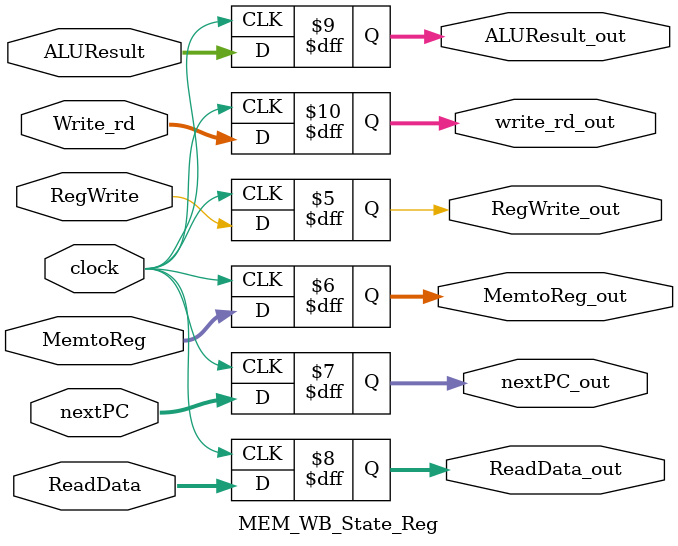
<source format=v>
`timescale 1ns / 1ps
module Pipelineprocessor(input clock); //Top Module

    wire            [31:0]          Instrct, Imm, data_1, data_2, MUX_ALU, loadPC, W_data, Add_1, Add_2, ALUResult, Read_Mem, JumpTo;
    wire            [31:0]          IF_ID_nextPC, IF_ID_crntPC, IF_ID_Instrct;
    wire            [31:0]          ID_EX_nextPC, ID_EX_crntPC, ID_EX_data_1, ID_EX_data_2, ID_EX_Imm;
    wire            [31:0]          EX_MEM_nextPC, EX_MEM_JumpTo, EX_MEM_ALUResult, EX_MEM_data_2;
    wire            [31:0]          MEM_WB_nextPC, MEM_WB_Read_Mem, MEM_WB_ALUResult;
    wire            [4:0]           ID_EX_Reg_rd, EX_MEM_Reg_rd, MEM_WB_Reg_rd;
    wire            [3:0]           ALUControl, ID_EX_ALUInstrct;
    wire            [2:0]           EX_MEM_Funct3;
    wire            [1:0]           ALUOp, MemtoReg, ID_EX_ALUOp, ID_EX_MemtoReg, EX_MEM_MemtoReg, MEM_WB_MemtoReg;
    wire                            Branch, isBranch, MemRead, MemWrite, ALUSrc, isJump, RegWrite, isZero;
    wire                            ID_EX_Branch, ID_EX_MemRead, ID_EX_MemWrite, ID_EX_ALUSrc, ID_EX_isJump, ID_EX_RegWrite;
    wire                            EX_MEM_Branch, EX_MEM_MemRead, EX_MEM_MemWrite, EX_MEM_RegWrite, EX_MEM_isZero, MEM_WB_RegWrite;                         
    reg             [31:0]          PC;  
        
    initial PC = 0;   
      
 
    always @ (posedge clock ) PC <= loadPC;
    
    InstructionMemory IM (
        .instruction (Instrct),
        .address (PC/4)
    );
    Control CU (
        .opcode (IF_ID_Instrct[6:0]),
        .branch (Branch),
        .memread (MemRead),
        .memwrite (MemWrite),
        .memtoreg (MemtoReg),
        .aluop (ALUOp),
        .alusrc (ALUSrc),
        .jump (isJump),
        .regwrite (RegWrite)
    );
    RegisterFile RF (
        .regwrite (MEM_WB_RegWrite),
        .writedata (W_data),
        .readreg1 (IF_ID_Instrct[19:15]),
        .readreg2 (IF_ID_Instrct[24:20]),
        .writereg (MEM_WB_Reg_rd),
        .readdata1 (data_1),
        .readdata2 (data_2)
    );
    immgen ImmGen (
        .instr (IF_ID_Instrct),
        .imm (Imm)
    );
    ALU ALU (     
        .in1 (ID_EX_data_1),
        .in2 (MUX_ALU),
        .control (ALUControl),
        .zero (isZero),
        .result (ALUResult)
    ); 
    ALUcontrol ALU_Ctrl (
        .aluop (ID_EX_ALUOp),
        .in1 (ID_EX_ALUInstrct),
        .out1 (ALUControl)
    );
    DataMemory DM (
        .memwrite (EX_MEM_MemWrite),
        .memread (EX_MEM_MemRead),
        .fun3 (EX_MEM_Funct3),
        .address (EX_MEM_ALUResult),
        .writedata (EX_MEM_data_2),
        .readdata (Read_Mem)        
    );
    
    IF_ID_State_Reg IF_ID(
        .clock (clock),
        .currPC (PC),
        .nextPC (Add_1),
        .Instruct (Instrct),
        .currPC_out (IF_ID_crntPC),
        .nextPC_out (IF_ID_nextPC),
        .Instruct_out (IF_ID_Instrct)
    );
    ID_EX_State_Reg ID_EX(
        .clock (clock),
        .RegWrite (RegWrite),
        .MemtoReg (MemtoReg),
        .MemRead (MemRead),
        .MemWrite (MemWrite),
        .Branch (Branch),
        .Jump (isJump),
        .ALUSrc (ALUSrc),
        .ALUOp (ALUOp),
        .crntPC (IF_ID_crntPC),
        .nextPC (IF_ID_nextPC),
        .Read_rs1 (data_1),
        .Read_rs2 (data_2),
        .Imm_Gen (Imm),
        .Write_rd (IF_ID_Instrct[11:7]),
        .ALU_Instruct ({IF_ID_Instrct[30],IF_ID_Instrct[14:12]}),
        .RegWrite_out (ID_EX_RegWrite),
        .MemtoReg_out (ID_EX_MemtoReg),
        .MemRead_out (ID_EX_MemRead),
        .MemWrite_out (ID_EX_MemWrite),
        .Branch_out (ID_EX_Branch),
        .Jump_out (ID_EX_isJump),
        .ALUSrc_out (ID_EX_ALUSrc),
        .ALUOp_out (ID_EX_ALUOp),
        .crntPC_out (ID_EX_crntPC),
        .nextPC_out (ID_EX_nextPC),
        .Read_rs1_out (ID_EX_data_1),
        .Read_rs2_out (ID_EX_data_2),
        .Imm_Gen_out (ID_EX_Imm),
        .write_rd_out (ID_EX_Reg_rd),
        .ALU_Instruct_out (ID_EX_ALUInstrct)
    );
    EX_MEM_State_Reg EX_MEM(
        .clock (clock),
        .RegWrite (ID_EX_RegWrite),
        .MemtoReg (ID_EX_MemtoReg),
        .MemRead (ID_EX_MemRead),
        .MemWrite (ID_EX_MemWrite),
        .Branch (ID_EX_Branch),
        .Zero (isZero),
        .nextPC (ID_EX_nextPC),
        .ALUResult (ALUResult),
        .AddSum (JumpTo),
        .Read_rs2 (ID_EX_data_2),
        .Funct3 (ID_EX_ALUInstrct[2:0]),
        .Write_rd (ID_EX_Reg_rd),
        .RegWrite_out (EX_MEM_RegWrite),
        .MemtoReg_out (EX_MEM_MemtoReg),
        .MemRead_out (EX_MEM_MemRead),
        .MemWrite_out (EX_MEM_MemWrite),
        .Branch_out (EX_MEM_Branch),
        .Zero_out (EX_MEM_isZero),
        .nextPC_out (EX_MEM_nextPC),
        .ALUResult_out (EX_MEM_ALUResult),
        .AddSum_out (EX_MEM_JumpTo),
        .Read_rs2_out (EX_MEM_data_2),
        .Funct3_out (EX_MEM_Funct3),
        .write_rd_out (EX_MEM_Reg_rd)
    );
    MEM_WB_State_Reg MEM_WB(
        .clock (clock),
        .RegWrite (EX_MEM_RegWrite),
        .MemtoReg (EX_MEM_MemtoReg),
        .nextPC (EX_MEM_nextPC),
        .ReadData (Read_Mem),
        .ALUResult (EX_MEM_ALUResult),
        .Write_rd (EX_MEM_Reg_rd),
        .RegWrite_out (MEM_WB_RegWrite),
        .MemtoReg_out (MEM_WB_MemtoReg),
        .nextPC_out (MEM_WB_nextPC),
        .ReadData_out (MEM_WB_Read_Mem),
        .ALUResult_out (MEM_WB_ALUResult),
        .write_rd_out (MEM_WB_Reg_rd)
    );
    
    //Mux: Input_1, Input_2, (Input_3, Input_4,) Select, Output.
//    _32_bit_2to1_MUX  Mux_1(.data1(Add_1), .data2(EX_MEM_JumpTo), .sel(isBranch), .result(loadPC));
    MUX2x1  Mux_1(.in1(Add_1), .in2(JumpTo), .control(isBranch), .out1(loadPC));
    MUX2x1  Mux_2(.in1(ID_EX_data_2), .in2(ID_EX_Imm), .control(ID_EX_ALUSrc), .out1(MUX_ALU));
    MUX2x1  Mux_3(.in1(Add_2), .in2(ALUResult), .control(ID_EX_isJump), .out1(JumpTo)); //Lab4_latest
    MUX4x1  Mux_4(.data1(MEM_WB_ALUResult), .data2(MEM_WB_Read_Mem), .data3(MEM_WB_nextPC), .data4(MEM_WB_nextPC),
                            .sel(MEM_WB_MemtoReg), .result(W_data)); //Lab4_latest
    
    //Adder: Input_1, Input_2, Output.
    ADDconst Adder_1(.in1(PC), .out1(Add_1)); //PC+4
    ADDshift Adder_2(.in1(ID_EX_crntPC), .in2(ID_EX_Imm), .out1(Add_2)); //PC+Imm
    
//    and (isBranch, EX_MEM_Branch, EX_MEM_isZero);
    and (isBranch, ID_EX_Branch, isZero);     
endmodule

// InstructionMemory
module InstructionMemory(
    input [31:0] address,
    output reg [31:0] instruction
);
    reg [31:0] instructions [0:128];
    initial begin
        $readmemb("D:\\370\\Lab4\\Lab4_testcase.txt", instructions);
    end
    always @(*)
        instruction = instructions[address];
endmodule//done

// RegisterFileÄ£¿é
module RegisterFile(input [4:0] readreg1,
    input [4:0] readreg2,
    input [4:0] writereg,
    input [31:0] writedata,
    input regwrite,
    output  [31:0] readdata1,
    output  [31:0] readdata2);
    integer i;
    reg [31:0] registers [31:0];
    
    initial 
        begin  
           for(i=0;i<32;i=i+1)  
                registers[i] <= 0;  
        end  
    
    always @ (*) begin
        if (regwrite) registers[writereg] <= writedata;
    end
    assign readdata1 = ( readreg1 == 0)? 32'b0 : registers[readreg1];  
    assign readdata2 = ( readreg2 == 0)? 32'b0 : registers[readreg2];   
endmodule//done

// DataMemoryÄ£¿é
module DataMemory(
    input [31:0] address,
    input [31:0] writedata,
    input [2:0] fun3,
    input memread,
    input memwrite,
    output reg [31:0] readdata
);
    integer i=0;
    reg [7:0] data [127:0];
    initial 
        begin  
           readdata<=0;
           for(i=0;i<128;i=i+1)  
                data[i] <= 8'b00000000;  
        end  
        always @(*)
        begin  
           if (memwrite) //write 
            begin
                case(fun3)
                  3'b010:begin
                   data[address] <= writedata[7:0];  
                   data[address+1] <= writedata[15:8];  
                   data[address+2] <= writedata[23:16];  
                   data[address+3] <= writedata[31:24];  
                  end
                  3'b000:begin
                    data[address]<=writedata[7:0];
                  end
                  default:data[address]<=data[address];
                endcase
             end
           end
           
           always @ (*) begin
           if (memwrite) begin//read
            case (fun3)
                3'b010: begin //load word
                    readdata <= {data[address+3], data[address+2], data[address+1], data[address]};
                end
                
                3'b000: begin //load byte
                    readdata <= {{24{data[address][7]}}, data[address]};
                end
                3'b100: begin //load byte unsigned
                    readdata <= {{24{1'b0}}, data[address]};
                end
                default: readdata<= 0;
            endcase
         end
        end
endmodule//done


module MUX2x1(in1,in2,out1,control);
input [31:0] in1,in2;
input control;
output [31:0] out1;
reg [31:0] out1;
always@(*)
begin
    case (control)
        1'b0: out1 = in1; 
        1'b1: out1 = in2; 
        default: out1 = 0; 
    endcase
end
endmodule 

module MUX4x1
(
    input       [1:0]          sel,
    input       [31:0]         data1, data2, data3, data4,
    output reg  [31:0]         result
);

    always @ (*) begin
        case (sel)
            2'b00:   result = data1;
            2'b01:   result = data2;
            2'b10:   result = data3;
            2'b11:   result = data4;
            default:    result = 0;
        endcase
    end
endmodule

module ADDshift(in1,in2,out1);
input [31:0] in1,in2;
output [31:0] out1;
reg [31:0] out1,temp;
always@(*)
begin
    begin
         temp[31:1] = in2[30:0];
         temp[0] = 0;
         out1=temp+in1;
    end
end
endmodule 

module ADDconst(in1,out1);
input [31:0] in1;
output [31:0] out1;
reg [31:0] out1;
always@(*)
begin
    out1=in1+4;
end
endmodule 

module Control(opcode,branch,memread,memtoreg,aluop,memwrite,alusrc,regwrite,jump);
input [6:0] opcode;
output branch,memread,memwrite,alusrc,regwrite,jump;
output [1:0] aluop,memtoreg;
reg branch,memread,memwrite,alusrc,regwrite,jump;
reg [1:0] aluop,memtoreg;
initial begin
         aluop <= 0;
         memtoreg <= 0; 
         branch <= 0; 
         memread <= 0; 
         memwrite <= 0; 
         alusrc <= 0; 
         jump <= 0; 
         regwrite <= 0;
    end
   
    always @ (opcode) begin
        case (opcode)
        //I-type,lw,lb,lbu
            7'b0000011: begin 
         aluop <= 2'b00;
         memtoreg <= 2'b01; 
         branch <= 0; 
         memread <= 1; 
         memwrite <= 0; 
         alusrc <= 1; 
         jump <= 0; 
         regwrite <= 1;
            end 
//          7'b0001111: 
        //I-type,addi,andi,slli,srli
            7'b0010011: begin 
         aluop <= 2'b11;
         memtoreg <= 2'b00; 
         branch <= 0; 
         memread <= 0; 
         memwrite <= 0; 
         alusrc <= 1; 
         jump <= 0; 
         regwrite <= 1;
            end 
//          7'b0010111: 
        //S-type,sw,sb
            7'b0100011: begin 
         aluop <= 2'b00;
         memtoreg <= 2'b00; 
         branch <= 0; 
         memread <= 0; 
         memwrite <= 1; 
         alusrc <= 1; 
         jump <= 0; 
         regwrite <= 0;
            end 
//          7'b0110111: 
        //B-type,branch
            7'b1100011: begin 
         aluop <= 2'b01;
         memtoreg <= 2'b00; 
         branch <= 1; 
         memread <= 0; 
         memwrite <= 0; 
         alusrc <= 0; 
         jump <= 0; 
         regwrite <= 0;
            end 
        //I-type,jalr
            7'b1100111: begin 
         aluop <= 2'b00;
         memtoreg <= 2'b10; 
         branch <= 1; 
         memread <= 0; 
         memwrite <= 0; 
         alusrc <= 1; 
         jump <= 1; 
         regwrite <= 1;
            end 
        //J-type,jal
            7'b1101111: begin 
         aluop <= 2'b00;
         memtoreg <= 2'b10; 
         branch <= 1; 
         memread <= 0; 
         memwrite <= 0; 
         alusrc <= 1; 
         jump <= 0; 
         regwrite <= 1;
            end 
//          7'b1110011: 
        //R-type,add,and,or,sub,srl,sll,sra
            7'b0110011: begin 
         aluop <= 2'b10;
         memtoreg <= 2'b00; 
         branch <= 0; 
         memread <= 0; 
         memwrite <= 0; 
         alusrc <= 0; 
         jump <= 0; 
         regwrite <= 1;
            end 
            default:    begin 
         aluop <= 0;
         memtoreg <= 0; 
         branch <= 0; 
         memread <= 0; 
         memwrite <= 0; 
         alusrc <= 0; 
         jump <= 0; 
         regwrite <= 0;
            end
        endcase
end
endmodule //done

module ALUcontrol(in1,aluop,out1);
input [3:0] in1;
input[1:0] aluop;
output [3:0] out1;
reg [3:0] out1;
always@(*)
begin
//lw,sw, lb, lbu, sb,jal.jalr=0010
    if (aluop==2'b00) begin
        out1=4'b0010;
    end
//addi,andi,slli,srli   
    if (aluop==2'b11) begin
         if (in1[2:0] == 0) begin out1 = 4'b0010; end //addi=0010
         else if(in1[2:0]==3'b111) out1 = 4'b0000; //andi=0000
         else if(in1[2:0]==3'b001) out1 = 4'b0001; //slli=0001
         else if(in1[2:0]==3'b101) out1 = 4'b0101;//srli=0101
    end
//add,sub,and,or,sll,srl
    if (aluop==2'b10) begin
        if(in1[3]==0&&in1[2:0]==3'b000) out1=4'b0010;//add=0010
        else if(in1[3]==1&&in1[2:0]==3'b000) out1=4'b1000;//sub=1000
        else if(in1[3]==0&&in1[2:0]==3'b111) out1=4'b0000;//and=0000
        else if(in1[3]==0&&in1[2:0]==3'b110) out1=4'b0110;//or=0110
        else if(in1==4'b0001) out1 = 4'b0001; //sll=0001
        else if(in1==4'b0101) out1 = 4'b0101;//srl=0101
        else if(in1==4'b1101) out1 = 4'b1101;//sra=1101
    end
//beq,bne,blt,bge
    if (aluop==2'b01) begin
        if(in1[2:0]==3'b000) out1=4'b1111;//beq=1111
        else if(in1[2:0]==3'b001) out1=4'b1001;//bne=1001
        else if(in1[2:0]==3'b100) out1=4'b1110;//blt=1110
        else if(in1[2:0]==3'b101) out1=4'b1100;//bge=1100
    end
end
endmodule //done

module ALU(in1,in2,control,zero,result);
input [31:0] in1,in2;
input [3:0] control;
output zero;
output [31:0] result;
reg [31:0] result;
reg zero;
always@(*)
begin
    case (control)
            4'b0000: begin result = in1&in2; zero = 1'b0; end//and
            4'b0110: begin result = in1|in2; zero = 1'b0; end//or
            4'b0010: begin result = in1+in2; zero = 1'b1; end//add and for jal jalr
            4'b0001: begin result = in1<<in2; zero = 1'b0; end//sll
            4'b0101: begin result = in1>>in2; zero = 1'b0; end//srl
            4'b1101: begin result = $signed(($signed(in1))>>>in2); zero = 1'b0; end//sra
            4'b1000: begin//sub
                        result = in1-in2;
                        if (result==0) zero = 1'b1;
                        else zero = 1'b0;
                     end
            4'b1001: begin // bne
                        result = in1-in2;
                        if (result!=0) zero = 1'b1;
                        else zero = 1'b0;
                     end
            4'b1111: begin // beq
                        result = in1-in2;
                        if (result==0) zero = 1'b1;
                        else zero = 1'b0;
                     end
            4'b1110: begin // blt
                        result = in1-in2;
                        if ($signed(in1) >= $signed(in2)) zero = 1'b0;
                        else zero = 1'b1;
                     end
             4'b1100: begin // bge
                        result = in1-in2;
                        if ($signed(in1) >= $signed(in2)) zero = 1'b1;
                        else zero = 1'b0;
                     end     
                     
            default begin result = 0; zero = 1'b0; end
        endcase
end
endmodule //done

module immgen(instr,imm);
    input [31:0] instr;
    output [31:0] imm;
    
    reg [31:0] imm;
    always @ (*) begin
        case (instr[6:0])
            //I-type: lw
            7'b0000011: begin 
                            imm = {{20{instr[31]}}, instr[31:20]}; 
                        end 
            //I-type: addi,slli,srli,andi
            7'b0010011: begin 
                            imm = {{20{instr[31]}}, instr[31:20]}; 
                        end  
            //S-type: sw,sb
            7'b0100011: begin 
                            imm = {{20{instr[31]}}, instr[31:25], instr[11:7]}; 
                        end 
            //B-type: beq, bne,bge,blt
            7'b1100011: begin 
                            imm = {{21{instr[31]}}, instr[7], instr[30:25], instr[11:8]}; 
                        end 
            //I-type: jalr
            7'b1100111: begin 
                            imm = {{20{instr[31]}}, instr[31:20]}; 
                        end 
            //J-type: jal
            7'b1101111: begin 
                            imm = {{21{instr[31]}}, instr[19:12], instr[20], instr[30:21]};
                        end 

            default:    begin 
                            imm[31:0]  = 0; 
                        end
        endcase
    end 
endmodule//done

module IF_ID_State_Reg(
    input                   clock,
    input       [31:0]      currPC,
    input       [31:0]      nextPC,
    input       [31:0]      Instruct,
    output reg  [31:0]      currPC_out,
    output reg  [31:0]      nextPC_out,
    output reg  [31:0]      Instruct_out
);

    initial begin
        currPC_out = 0; 
        nextPC_out = 0; 
        Instruct_out = 0;
    end

    always @ (posedge clock) begin
        currPC_out = currPC;
        nextPC_out<= nextPC;
        Instruct_out = Instruct;
    end
    
endmodule

module ID_EX_State_Reg(
    input                   clock,
    //control unit
    input                   RegWrite,   //WB
    input       [1:0]       MemtoReg,   //WB
    input                   MemRead,    //MEM
    input                   MemWrite,   //MEM
    input                   Branch,     //MEM
    input                   Jump,       //EX
    input                   ALUSrc,     //EX
    input       [1:0]       ALUOp,      //EX
    input       [31:0]      nextPC,
    input       [31:0]      crntPC,
    input       [31:0]      Read_rs1,
    input       [31:0]      Read_rs2,
    input       [31:0]      Imm_Gen,
    input       [4:0]       Write_rd,
    input       [3:0]       ALU_Instruct,
    output reg              RegWrite_out,   //WB
    output reg  [1:0]       MemtoReg_out,   //WB
    output reg              MemRead_out,    //MEM
    output reg              MemWrite_out,   //MEM
    output reg              Branch_out,     //MEM
    output reg              Jump_out,       //EX
    output reg              ALUSrc_out,     //EX
    output reg  [1:0]       ALUOp_out,      //EX
    output reg  [31:0]      crntPC_out,
    output reg  [31:0]      nextPC_out,
    output reg  [31:0]      Read_rs1_out,
    output reg  [31:0]      Read_rs2_out,
    output reg  [31:0]      Imm_Gen_out,
    output reg  [4:0]       write_rd_out,
    output reg  [3:0]       ALU_Instruct_out
);

    initial begin
        RegWrite_out = 0; MemtoReg_out = 0; MemRead_out = 0; MemWrite_out = 0; Branch_out = 0; Jump_out = 0; ALUSrc_out = 0; 
        ALUOp_out = 0; crntPC_out = 0; nextPC_out = 0; Read_rs1_out = 0; Read_rs2_out = 0; Imm_Gen_out = 0; write_rd_out = 0; ALU_Instruct_out = 0;
    end

    always @ (posedge clock) begin
        RegWrite_out    <= RegWrite;
        MemtoReg_out    <= MemtoReg;
        MemRead_out     <= MemRead;
        MemWrite_out    <= MemWrite;
        Branch_out      <= Branch;
        Jump_out        <= Jump;
        ALUSrc_out      <= ALUSrc;
        ALUOp_out       <= ALUOp;
        crntPC_out      <= crntPC;
        nextPC_out      <= nextPC;
        Read_rs1_out     <= Read_rs1;
        Read_rs2_out     <= Read_rs2;
        write_rd_out      <= Write_rd;
        Imm_Gen_out     <= Imm_Gen;
        ALU_Instruct_out <= ALU_Instruct;
    end

endmodule

module EX_MEM_State_Reg(
    input                   clock,
    input                   RegWrite,   //WB
    input       [1:0]       MemtoReg,   //WB
    input                   MemRead,    //MEM
    input                   MemWrite,   //MEM
    input                   Branch,     //MEM
    input                   Zero,
    input       [31:0]      nextPC,
    input       [31:0]      ALUResult,
    input       [31:0]      AddSum,
    input       [31:0]      Read_rs2,
    input       [2:0]       Funct3,
    input       [4:0]       Write_rd,
    output reg              RegWrite_out,   //WB
    output reg  [1:0]       MemtoReg_out,   //WB
    output reg              MemRead_out,    //MEM
    output reg              MemWrite_out,   //MEM
    output reg              Branch_out,     //MEM
    output reg              Zero_out,
    output reg  [31:0]      nextPC_out,
    output reg  [31:0]      ALUResult_out,
    output reg  [31:0]      AddSum_out,
    output reg  [31:0]      Read_rs2_out,
    output reg  [2:0]       Funct3_out,
    output reg  [4:0]       write_rd_out
);

    initial begin
        RegWrite_out = 0; MemtoReg_out = 0; MemRead_out = 0; MemWrite_out = 0; Branch_out = 0; Zero_out = 0; nextPC_out = 0;
        ALUResult_out = 0; AddSum_out = 0; Read_rs2_out = 0; Funct3_out = 0;write_rd_out = 0;
    end

    always @ (posedge clock) begin
        RegWrite_out    <= RegWrite;
        MemtoReg_out    <= MemtoReg;
        MemRead_out     <= MemRead;
        MemWrite_out    <= MemWrite;
        Branch_out      <= Branch;
        Zero_out        <= Zero;
        nextPC_out      <= nextPC;
        ALUResult_out   <= ALUResult;
        AddSum_out      <= AddSum;
        Read_rs2_out     <= Read_rs2;
        Funct3_out      <= Funct3;
        write_rd_out      <= Write_rd;
    end

endmodule

module MEM_WB_State_Reg(
    input                   clock,
    input                   RegWrite,   //WB
    input       [1:0]       MemtoReg,   //WB
    input       [31:0]      nextPC,
    input       [31:0]      ReadData,
    input       [31:0]      ALUResult,
    input       [4:0]       Write_rd,
    output reg              RegWrite_out,   //WB
    output reg  [1:0]       MemtoReg_out,   //WB
    output reg  [31:0]      nextPC_out,
    output reg  [31:0]      ReadData_out,
    output reg  [31:0]      ALUResult_out,
    output reg  [4:0]       write_rd_out
);

    initial begin
        RegWrite_out = 0; MemtoReg_out = 0; ReadData_out = 0; ALUResult_out = 0; write_rd_out = 0; nextPC_out=0;
    end
    
    always @ (posedge clock) begin
        RegWrite_out    <= RegWrite;
        MemtoReg_out    <= MemtoReg;
        nextPC_out      <= nextPC;
        ReadData_out    <= ReadData;
        ALUResult_out   <= ALUResult;
        write_rd_out      <= Write_rd;
    end

endmodule




</source>
